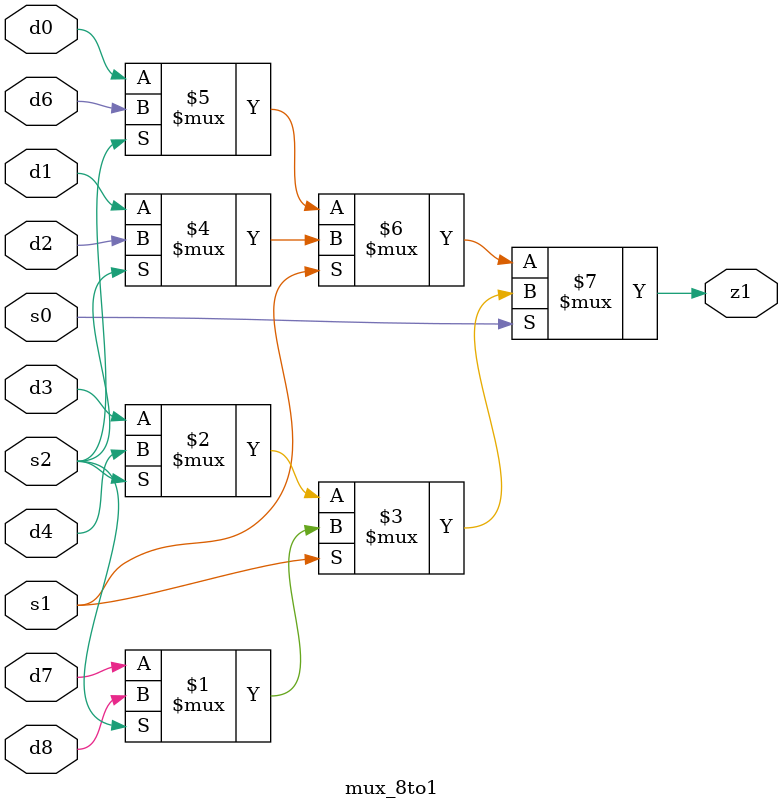
<source format=v>
`timescale 1ns / 1ps





module mux_8to1 (s0, s1, s2, d0, d1, d2, d3, d4, d6, d7, d8, z1);


/*d0 = 000 (and) ,  d1 = 010 (or) , d2 = 011 (xor), d3 = 100 (add)   
 d4 = 101(addi), d6 = 001(sll), d7 = 110(srl), d8 = 111(mult) */ 



input s0, s1, s2, d0, d1, d2, d3, d4, d6, d7, d8;
output z1;




assign z1 = s0 ? (s1 ? (s2 ? d8 : d7) : (s2 ? d4 : d3))  :  (s1 ? (s2 ? d2 : d1) : (s2 ? d6: d0));

//assign z1 = s1 ? (s0 ? d3 : d2) : (s0 ? d1 : d0);

endmodule
</source>
